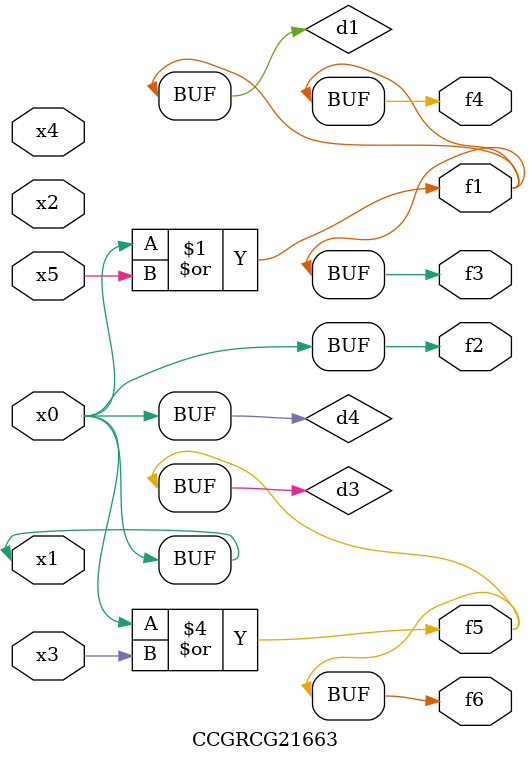
<source format=v>
module CCGRCG21663(
	input x0, x1, x2, x3, x4, x5,
	output f1, f2, f3, f4, f5, f6
);

	wire d1, d2, d3, d4;

	or (d1, x0, x5);
	xnor (d2, x1, x4);
	or (d3, x0, x3);
	buf (d4, x0, x1);
	assign f1 = d1;
	assign f2 = d4;
	assign f3 = d1;
	assign f4 = d1;
	assign f5 = d3;
	assign f6 = d3;
endmodule

</source>
